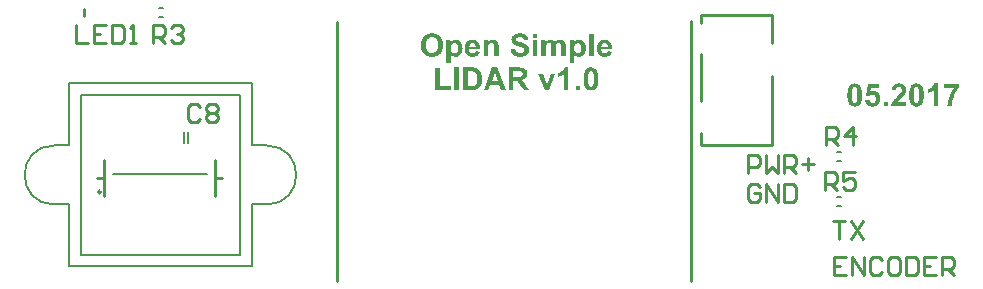
<source format=gto>
G04 Layer_Color=65535*
%FSLAX42Y42*%
%MOMM*%
G71*
G01*
G75*
%ADD28C,0.20*%
%ADD29C,0.25*%
%ADD30C,0.13*%
G36*
X3896Y2005D02*
X3901Y2005D01*
X3907Y2005D01*
X3913Y2004D01*
X3919Y2003D01*
X3924Y2002D01*
X3925D01*
X3925Y2002D01*
X3926Y2001D01*
X3927Y2001D01*
X3930Y2000D01*
X3934Y1998D01*
X3939Y1995D01*
X3944Y1992D01*
X3948Y1989D01*
X3953Y1984D01*
X3953D01*
X3954Y1984D01*
X3955Y1982D01*
X3957Y1979D01*
X3960Y1975D01*
X3963Y1971D01*
X3966Y1966D01*
X3969Y1960D01*
X3971Y1953D01*
Y1953D01*
X3972Y1952D01*
X3972Y1951D01*
X3973Y1950D01*
X3973Y1948D01*
X3973Y1946D01*
X3974Y1943D01*
X3975Y1940D01*
X3975Y1937D01*
X3976Y1934D01*
X3976Y1930D01*
X3977Y1926D01*
X3978Y1917D01*
X3978Y1908D01*
Y1907D01*
Y1907D01*
Y1906D01*
Y1904D01*
X3978Y1902D01*
Y1899D01*
X3977Y1897D01*
X3977Y1894D01*
X3976Y1887D01*
X3975Y1881D01*
X3974Y1874D01*
X3972Y1867D01*
Y1867D01*
X3971Y1866D01*
X3971Y1865D01*
X3970Y1863D01*
X3970Y1862D01*
X3969Y1860D01*
X3966Y1855D01*
X3964Y1849D01*
X3960Y1844D01*
X3956Y1838D01*
X3951Y1833D01*
X3951Y1832D01*
X3949Y1831D01*
X3947Y1829D01*
X3944Y1827D01*
X3940Y1825D01*
X3936Y1822D01*
X3930Y1820D01*
X3924Y1817D01*
X3924D01*
X3923Y1817D01*
X3923D01*
X3922Y1817D01*
X3919Y1816D01*
X3915Y1816D01*
X3910Y1815D01*
X3904Y1814D01*
X3897Y1814D01*
X3890Y1814D01*
X3817D01*
Y2006D01*
X3894D01*
X3896Y2005D01*
D02*
G37*
G36*
X4184Y1814D02*
X4142D01*
X4125Y1857D01*
X4048D01*
X4032Y1814D01*
X3991D01*
X4066Y2006D01*
X4107D01*
X4184Y1814D01*
D02*
G37*
G36*
X3618Y1846D02*
X3715D01*
Y1814D01*
X3579D01*
Y2004D01*
X3618D01*
Y1846D01*
D02*
G37*
G36*
X3780Y1814D02*
X3741D01*
Y2006D01*
X3780D01*
Y1814D01*
D02*
G37*
G36*
X4808D02*
X4771D01*
Y1851D01*
X4808D01*
Y1814D01*
D02*
G37*
G36*
X4544D02*
X4511D01*
X4454Y1953D01*
X4493D01*
X4519Y1882D01*
X4527Y1858D01*
X4527Y1858D01*
X4528Y1859D01*
X4528Y1861D01*
X4529Y1863D01*
X4530Y1867D01*
X4531Y1869D01*
X4531Y1870D01*
Y1870D01*
X4531Y1871D01*
X4531Y1872D01*
X4532Y1874D01*
X4533Y1877D01*
X4535Y1882D01*
X4561Y1953D01*
X4599D01*
X4544Y1814D01*
D02*
G37*
G36*
X4294Y2005D02*
X4297D01*
X4300Y2005D01*
X4303D01*
X4311Y2004D01*
X4318Y2004D01*
X4325Y2002D01*
X4328Y2001D01*
X4331Y2000D01*
X4331D01*
X4331Y2000D01*
X4333Y1999D01*
X4336Y1998D01*
X4339Y1996D01*
X4343Y1994D01*
X4346Y1990D01*
X4350Y1987D01*
X4353Y1982D01*
Y1982D01*
X4353Y1981D01*
X4354Y1980D01*
X4355Y1980D01*
X4356Y1977D01*
X4358Y1973D01*
X4359Y1969D01*
X4360Y1964D01*
X4361Y1958D01*
X4362Y1952D01*
Y1952D01*
Y1951D01*
Y1950D01*
X4361Y1948D01*
Y1946D01*
X4361Y1944D01*
X4360Y1939D01*
X4359Y1934D01*
X4356Y1928D01*
X4353Y1922D01*
X4351Y1919D01*
X4349Y1916D01*
X4349Y1916D01*
X4348Y1915D01*
X4348Y1915D01*
X4346Y1914D01*
X4345Y1913D01*
X4344Y1911D01*
X4342Y1910D01*
X4340Y1909D01*
X4337Y1907D01*
X4334Y1906D01*
X4331Y1904D01*
X4328Y1903D01*
X4324Y1901D01*
X4320Y1900D01*
X4316Y1899D01*
X4311Y1898D01*
X4311D01*
X4312Y1898D01*
X4313Y1897D01*
X4315Y1896D01*
X4318Y1894D01*
X4322Y1891D01*
X4325Y1889D01*
X4328Y1886D01*
X4331Y1882D01*
X4332Y1882D01*
X4333Y1881D01*
X4335Y1878D01*
X4337Y1875D01*
X4341Y1871D01*
X4342Y1868D01*
X4344Y1865D01*
X4346Y1862D01*
X4349Y1859D01*
X4351Y1855D01*
X4354Y1851D01*
X4377Y1814D01*
X4331D01*
X4303Y1855D01*
X4303Y1856D01*
X4302Y1856D01*
X4302Y1857D01*
X4300Y1859D01*
X4299Y1861D01*
X4298Y1863D01*
X4295Y1867D01*
X4291Y1872D01*
X4288Y1877D01*
X4285Y1881D01*
X4283Y1882D01*
X4282Y1884D01*
X4282Y1884D01*
X4282Y1884D01*
X4280Y1886D01*
X4279Y1887D01*
X4277Y1888D01*
X4275Y1889D01*
X4273Y1891D01*
X4271Y1892D01*
X4270D01*
X4270Y1892D01*
X4268Y1892D01*
X4266Y1893D01*
X4263Y1893D01*
X4260Y1894D01*
X4256Y1894D01*
X4243D01*
Y1814D01*
X4205D01*
Y2006D01*
X4291D01*
X4294Y2005D01*
D02*
G37*
G36*
X4708Y1814D02*
X4671D01*
Y1953D01*
X4671Y1952D01*
X4670Y1952D01*
X4669Y1951D01*
X4668Y1950D01*
X4666Y1948D01*
X4664Y1946D01*
X4661Y1944D01*
X4658Y1942D01*
X4654Y1940D01*
X4651Y1938D01*
X4647Y1935D01*
X4643Y1933D01*
X4634Y1929D01*
X4624Y1925D01*
Y1958D01*
X4624D01*
X4624Y1959D01*
X4625Y1959D01*
X4626Y1959D01*
X4629Y1960D01*
X4633Y1962D01*
X4638Y1964D01*
X4643Y1967D01*
X4649Y1971D01*
X4655Y1976D01*
X4655Y1976D01*
X4656Y1976D01*
X4657Y1977D01*
X4658Y1978D01*
X4661Y1981D01*
X4664Y1985D01*
X4668Y1989D01*
X4672Y1995D01*
X4675Y2000D01*
X4678Y2007D01*
X4708D01*
Y1814D01*
D02*
G37*
G36*
X7415Y1677D02*
X7378D01*
Y1714D01*
X7415D01*
Y1677D01*
D02*
G37*
G36*
X7513Y1870D02*
X7515Y1870D01*
X7518Y1870D01*
X7521Y1869D01*
X7524Y1869D01*
X7532Y1867D01*
X7539Y1864D01*
X7543Y1862D01*
X7546Y1860D01*
X7550Y1858D01*
X7553Y1855D01*
X7553Y1855D01*
X7553Y1854D01*
X7554Y1853D01*
X7555Y1852D01*
X7557Y1851D01*
X7558Y1849D01*
X7559Y1847D01*
X7561Y1844D01*
X7564Y1839D01*
X7567Y1833D01*
X7568Y1829D01*
X7568Y1825D01*
X7569Y1821D01*
X7569Y1817D01*
Y1816D01*
Y1814D01*
X7569Y1812D01*
X7568Y1809D01*
X7568Y1805D01*
X7567Y1801D01*
X7566Y1796D01*
X7564Y1792D01*
X7564Y1791D01*
X7563Y1790D01*
X7562Y1788D01*
X7561Y1784D01*
X7559Y1781D01*
X7556Y1777D01*
X7553Y1772D01*
X7550Y1768D01*
X7549Y1767D01*
X7548Y1766D01*
X7547Y1764D01*
X7544Y1761D01*
X7541Y1758D01*
X7537Y1753D01*
X7532Y1749D01*
X7525Y1743D01*
X7525Y1743D01*
X7525Y1742D01*
X7524Y1741D01*
X7523Y1740D01*
X7520Y1738D01*
X7516Y1734D01*
X7512Y1731D01*
X7509Y1727D01*
X7505Y1724D01*
X7504Y1723D01*
X7503Y1721D01*
X7503Y1721D01*
X7502Y1721D01*
X7502Y1720D01*
X7500Y1718D01*
X7498Y1715D01*
X7496Y1711D01*
X7569D01*
Y1677D01*
X7440D01*
Y1678D01*
Y1678D01*
X7440Y1679D01*
X7440Y1681D01*
X7441Y1682D01*
X7441Y1684D01*
X7442Y1689D01*
X7444Y1695D01*
X7446Y1701D01*
X7449Y1708D01*
X7452Y1714D01*
Y1714D01*
X7453Y1715D01*
X7454Y1716D01*
X7455Y1717D01*
X7456Y1719D01*
X7457Y1721D01*
X7459Y1723D01*
X7462Y1726D01*
X7464Y1730D01*
X7467Y1733D01*
X7470Y1737D01*
X7474Y1741D01*
X7479Y1745D01*
X7483Y1750D01*
X7488Y1755D01*
X7494Y1760D01*
X7494Y1760D01*
X7495Y1761D01*
X7496Y1762D01*
X7498Y1764D01*
X7500Y1766D01*
X7502Y1768D01*
X7507Y1773D01*
X7512Y1778D01*
X7517Y1783D01*
X7519Y1786D01*
X7522Y1788D01*
X7523Y1790D01*
X7524Y1792D01*
X7525Y1792D01*
X7525Y1794D01*
X7527Y1796D01*
X7528Y1799D01*
X7530Y1802D01*
X7531Y1806D01*
X7532Y1810D01*
X7532Y1814D01*
Y1814D01*
Y1815D01*
Y1816D01*
X7532Y1819D01*
X7531Y1821D01*
X7530Y1824D01*
X7529Y1828D01*
X7528Y1831D01*
X7525Y1833D01*
X7525Y1834D01*
X7524Y1834D01*
X7523Y1836D01*
X7521Y1837D01*
X7518Y1838D01*
X7515Y1839D01*
X7511Y1840D01*
X7507Y1840D01*
X7505D01*
X7503Y1840D01*
X7500Y1839D01*
X7497Y1838D01*
X7494Y1837D01*
X7491Y1835D01*
X7489Y1833D01*
X7488Y1833D01*
X7487Y1832D01*
X7486Y1830D01*
X7485Y1828D01*
X7484Y1824D01*
X7483Y1820D01*
X7482Y1816D01*
X7481Y1810D01*
X7444Y1814D01*
Y1814D01*
X7445Y1815D01*
Y1816D01*
X7445Y1819D01*
X7445Y1821D01*
X7446Y1824D01*
X7447Y1827D01*
X7448Y1831D01*
X7451Y1838D01*
X7454Y1845D01*
X7456Y1848D01*
X7459Y1852D01*
X7462Y1854D01*
X7465Y1857D01*
X7465Y1858D01*
X7465Y1858D01*
X7466Y1858D01*
X7468Y1859D01*
X7469Y1860D01*
X7472Y1861D01*
X7474Y1863D01*
X7477Y1864D01*
X7480Y1865D01*
X7483Y1866D01*
X7490Y1869D01*
X7499Y1870D01*
X7503Y1870D01*
X7508Y1871D01*
X7511D01*
X7513Y1870D01*
D02*
G37*
G36*
X7138D02*
X7140Y1870D01*
X7143Y1869D01*
X7146Y1869D01*
X7149Y1868D01*
X7153Y1867D01*
X7156Y1866D01*
X7160Y1864D01*
X7163Y1862D01*
X7167Y1860D01*
X7171Y1857D01*
X7174Y1854D01*
X7177Y1851D01*
X7177Y1850D01*
X7178Y1849D01*
X7179Y1848D01*
X7180Y1846D01*
X7181Y1843D01*
X7183Y1840D01*
X7185Y1836D01*
X7186Y1832D01*
X7188Y1827D01*
X7190Y1821D01*
X7191Y1814D01*
X7193Y1807D01*
X7194Y1799D01*
X7195Y1791D01*
X7196Y1782D01*
X7196Y1772D01*
Y1772D01*
Y1771D01*
Y1771D01*
Y1770D01*
Y1767D01*
X7196Y1763D01*
X7195Y1759D01*
X7195Y1753D01*
X7194Y1748D01*
X7194Y1742D01*
X7193Y1735D01*
X7191Y1729D01*
X7190Y1722D01*
X7188Y1716D01*
X7186Y1710D01*
X7183Y1704D01*
X7180Y1698D01*
X7177Y1693D01*
X7177Y1693D01*
X7176Y1693D01*
X7175Y1691D01*
X7174Y1690D01*
X7173Y1689D01*
X7171Y1687D01*
X7168Y1685D01*
X7166Y1684D01*
X7163Y1682D01*
X7160Y1680D01*
X7156Y1678D01*
X7152Y1677D01*
X7148Y1676D01*
X7143Y1675D01*
X7138Y1674D01*
X7133Y1674D01*
X7132D01*
X7131Y1674D01*
X7129D01*
X7126Y1674D01*
X7124Y1675D01*
X7121Y1675D01*
X7117Y1677D01*
X7114Y1678D01*
X7110Y1679D01*
X7106Y1681D01*
X7103Y1683D01*
X7099Y1685D01*
X7095Y1688D01*
X7092Y1691D01*
X7088Y1695D01*
X7088Y1695D01*
X7087Y1696D01*
X7087Y1698D01*
X7086Y1699D01*
X7084Y1702D01*
X7083Y1705D01*
X7081Y1709D01*
X7080Y1713D01*
X7078Y1718D01*
X7077Y1723D01*
X7075Y1730D01*
X7074Y1737D01*
X7073Y1745D01*
X7072Y1753D01*
X7072Y1762D01*
X7071Y1772D01*
Y1773D01*
Y1773D01*
Y1774D01*
Y1775D01*
Y1778D01*
X7072Y1781D01*
X7072Y1786D01*
X7072Y1791D01*
X7073Y1796D01*
X7073Y1803D01*
X7075Y1809D01*
X7076Y1815D01*
X7077Y1822D01*
X7079Y1828D01*
X7081Y1834D01*
X7084Y1840D01*
X7087Y1846D01*
X7090Y1851D01*
X7090Y1851D01*
X7091Y1851D01*
X7092Y1853D01*
X7093Y1854D01*
X7094Y1855D01*
X7096Y1857D01*
X7099Y1859D01*
X7101Y1861D01*
X7104Y1863D01*
X7107Y1864D01*
X7111Y1866D01*
X7115Y1868D01*
X7119Y1869D01*
X7124Y1870D01*
X7128Y1870D01*
X7133Y1871D01*
X7136D01*
X7138Y1870D01*
D02*
G37*
G36*
X7661D02*
X7663Y1870D01*
X7666Y1869D01*
X7669Y1869D01*
X7672Y1868D01*
X7676Y1867D01*
X7679Y1866D01*
X7683Y1864D01*
X7686Y1862D01*
X7690Y1860D01*
X7693Y1857D01*
X7697Y1854D01*
X7700Y1851D01*
X7700Y1850D01*
X7701Y1849D01*
X7701Y1848D01*
X7703Y1846D01*
X7704Y1843D01*
X7706Y1840D01*
X7708Y1836D01*
X7709Y1832D01*
X7711Y1827D01*
X7713Y1821D01*
X7714Y1814D01*
X7716Y1807D01*
X7717Y1799D01*
X7718Y1791D01*
X7718Y1782D01*
X7719Y1772D01*
Y1772D01*
Y1771D01*
Y1771D01*
Y1770D01*
Y1767D01*
X7718Y1763D01*
X7718Y1759D01*
X7718Y1753D01*
X7717Y1748D01*
X7716Y1742D01*
X7715Y1735D01*
X7714Y1729D01*
X7713Y1722D01*
X7711Y1716D01*
X7709Y1710D01*
X7706Y1704D01*
X7703Y1698D01*
X7700Y1693D01*
X7699Y1693D01*
X7699Y1693D01*
X7698Y1691D01*
X7697Y1690D01*
X7695Y1689D01*
X7693Y1687D01*
X7691Y1685D01*
X7688Y1684D01*
X7685Y1682D01*
X7682Y1680D01*
X7679Y1678D01*
X7675Y1677D01*
X7671Y1676D01*
X7666Y1675D01*
X7661Y1674D01*
X7656Y1674D01*
X7655D01*
X7653Y1674D01*
X7651D01*
X7649Y1674D01*
X7646Y1675D01*
X7643Y1675D01*
X7640Y1677D01*
X7636Y1678D01*
X7633Y1679D01*
X7629Y1681D01*
X7625Y1683D01*
X7621Y1685D01*
X7618Y1688D01*
X7614Y1691D01*
X7611Y1695D01*
X7611Y1695D01*
X7610Y1696D01*
X7609Y1698D01*
X7608Y1699D01*
X7607Y1702D01*
X7606Y1705D01*
X7604Y1709D01*
X7603Y1713D01*
X7601Y1718D01*
X7599Y1723D01*
X7598Y1730D01*
X7597Y1737D01*
X7596Y1745D01*
X7595Y1753D01*
X7594Y1762D01*
X7594Y1772D01*
Y1773D01*
Y1773D01*
Y1774D01*
Y1775D01*
Y1778D01*
X7594Y1781D01*
X7595Y1786D01*
X7595Y1791D01*
X7596Y1796D01*
X7596Y1803D01*
X7597Y1809D01*
X7598Y1815D01*
X7600Y1822D01*
X7602Y1828D01*
X7604Y1834D01*
X7606Y1840D01*
X7609Y1846D01*
X7613Y1851D01*
X7613Y1851D01*
X7613Y1851D01*
X7614Y1853D01*
X7616Y1854D01*
X7617Y1855D01*
X7619Y1857D01*
X7621Y1859D01*
X7624Y1861D01*
X7627Y1863D01*
X7630Y1864D01*
X7634Y1866D01*
X7638Y1868D01*
X7642Y1869D01*
X7646Y1870D01*
X7651Y1870D01*
X7656Y1871D01*
X7659D01*
X7661Y1870D01*
D02*
G37*
G36*
X7342Y1833D02*
X7272D01*
X7266Y1800D01*
X7267D01*
X7267Y1800D01*
X7269Y1801D01*
X7271Y1802D01*
X7274Y1803D01*
X7278Y1804D01*
X7282Y1805D01*
X7287Y1806D01*
X7292Y1806D01*
X7294D01*
X7296Y1806D01*
X7298Y1806D01*
X7300Y1805D01*
X7303Y1805D01*
X7306Y1804D01*
X7312Y1802D01*
X7316Y1800D01*
X7319Y1799D01*
X7323Y1796D01*
X7327Y1794D01*
X7330Y1791D01*
X7333Y1788D01*
X7334Y1788D01*
X7334Y1787D01*
X7335Y1786D01*
X7336Y1785D01*
X7337Y1783D01*
X7339Y1781D01*
X7340Y1778D01*
X7342Y1776D01*
X7344Y1773D01*
X7345Y1769D01*
X7347Y1765D01*
X7348Y1761D01*
X7349Y1757D01*
X7350Y1752D01*
X7350Y1747D01*
X7351Y1742D01*
Y1741D01*
Y1741D01*
Y1740D01*
X7350Y1738D01*
Y1736D01*
X7350Y1733D01*
X7349Y1730D01*
X7349Y1728D01*
X7347Y1721D01*
X7345Y1714D01*
X7343Y1710D01*
X7341Y1706D01*
X7339Y1703D01*
X7337Y1699D01*
X7336Y1699D01*
X7336Y1698D01*
X7335Y1697D01*
X7333Y1695D01*
X7331Y1693D01*
X7329Y1691D01*
X7326Y1689D01*
X7323Y1686D01*
X7319Y1684D01*
X7316Y1682D01*
X7311Y1680D01*
X7307Y1678D01*
X7302Y1676D01*
X7296Y1675D01*
X7291Y1674D01*
X7284Y1674D01*
X7282D01*
X7280Y1674D01*
X7278Y1674D01*
X7275Y1675D01*
X7272Y1675D01*
X7269Y1675D01*
X7262Y1677D01*
X7255Y1680D01*
X7251Y1681D01*
X7248Y1683D01*
X7244Y1685D01*
X7241Y1688D01*
X7241Y1688D01*
X7240Y1688D01*
X7239Y1689D01*
X7238Y1690D01*
X7237Y1692D01*
X7235Y1694D01*
X7234Y1696D01*
X7232Y1698D01*
X7230Y1701D01*
X7229Y1703D01*
X7226Y1710D01*
X7223Y1718D01*
X7222Y1722D01*
X7221Y1726D01*
X7258Y1730D01*
Y1730D01*
X7258Y1728D01*
X7259Y1726D01*
X7259Y1723D01*
X7261Y1720D01*
X7262Y1716D01*
X7264Y1713D01*
X7267Y1710D01*
X7267Y1710D01*
X7268Y1709D01*
X7270Y1708D01*
X7272Y1707D01*
X7275Y1705D01*
X7278Y1704D01*
X7281Y1703D01*
X7285Y1703D01*
X7286D01*
X7287Y1703D01*
X7289Y1704D01*
X7292Y1704D01*
X7295Y1705D01*
X7298Y1707D01*
X7302Y1710D01*
X7305Y1713D01*
X7305Y1713D01*
X7306Y1714D01*
X7307Y1716D01*
X7309Y1720D01*
X7310Y1724D01*
X7312Y1728D01*
X7312Y1734D01*
X7313Y1741D01*
Y1741D01*
Y1742D01*
Y1743D01*
Y1744D01*
X7312Y1747D01*
X7312Y1751D01*
X7311Y1755D01*
X7309Y1760D01*
X7307Y1764D01*
X7305Y1768D01*
X7304Y1768D01*
X7303Y1769D01*
X7301Y1770D01*
X7299Y1772D01*
X7296Y1774D01*
X7293Y1775D01*
X7288Y1776D01*
X7284Y1777D01*
X7282D01*
X7281Y1776D01*
X7278Y1776D01*
X7274Y1775D01*
X7270Y1773D01*
X7265Y1771D01*
X7263Y1769D01*
X7260Y1767D01*
X7258Y1765D01*
X7255Y1763D01*
X7226Y1767D01*
X7244Y1867D01*
X7342D01*
Y1833D01*
D02*
G37*
G36*
X4905Y2007D02*
X4907Y2006D01*
X4910Y2006D01*
X4913Y2005D01*
X4916Y2004D01*
X4920Y2003D01*
X4923Y2002D01*
X4927Y2000D01*
X4930Y1999D01*
X4934Y1996D01*
X4938Y1994D01*
X4941Y1990D01*
X4944Y1987D01*
X4944Y1987D01*
X4945Y1986D01*
X4946Y1984D01*
X4947Y1982D01*
X4948Y1980D01*
X4950Y1976D01*
X4952Y1973D01*
X4953Y1968D01*
X4955Y1963D01*
X4957Y1957D01*
X4958Y1951D01*
X4960Y1944D01*
X4961Y1936D01*
X4962Y1927D01*
X4963Y1918D01*
X4963Y1908D01*
Y1908D01*
Y1908D01*
Y1907D01*
Y1906D01*
Y1903D01*
X4963Y1899D01*
X4962Y1895D01*
X4962Y1890D01*
X4961Y1884D01*
X4961Y1878D01*
X4959Y1872D01*
X4958Y1865D01*
X4957Y1859D01*
X4955Y1852D01*
X4953Y1846D01*
X4950Y1840D01*
X4947Y1834D01*
X4944Y1830D01*
X4944Y1829D01*
X4943Y1829D01*
X4942Y1828D01*
X4941Y1827D01*
X4939Y1825D01*
X4938Y1824D01*
X4935Y1822D01*
X4933Y1820D01*
X4929Y1818D01*
X4926Y1816D01*
X4923Y1814D01*
X4919Y1813D01*
X4915Y1812D01*
X4910Y1811D01*
X4905Y1810D01*
X4900Y1810D01*
X4899D01*
X4898Y1810D01*
X4896D01*
X4893Y1811D01*
X4891Y1811D01*
X4888Y1812D01*
X4884Y1813D01*
X4881Y1814D01*
X4877Y1815D01*
X4873Y1817D01*
X4870Y1819D01*
X4866Y1821D01*
X4862Y1824D01*
X4858Y1827D01*
X4855Y1831D01*
X4855Y1832D01*
X4854Y1832D01*
X4853Y1834D01*
X4853Y1836D01*
X4851Y1838D01*
X4850Y1841D01*
X4848Y1845D01*
X4847Y1849D01*
X4845Y1854D01*
X4843Y1860D01*
X4842Y1866D01*
X4841Y1873D01*
X4840Y1881D01*
X4839Y1889D01*
X4838Y1899D01*
X4838Y1909D01*
Y1909D01*
Y1909D01*
Y1910D01*
Y1911D01*
Y1914D01*
X4838Y1917D01*
X4839Y1922D01*
X4839Y1927D01*
X4840Y1933D01*
X4840Y1939D01*
X4841Y1945D01*
X4843Y1952D01*
X4844Y1958D01*
X4846Y1965D01*
X4848Y1971D01*
X4851Y1977D01*
X4853Y1982D01*
X4857Y1987D01*
X4857Y1987D01*
X4858Y1988D01*
X4858Y1989D01*
X4860Y1990D01*
X4861Y1992D01*
X4863Y1993D01*
X4866Y1995D01*
X4868Y1997D01*
X4871Y1999D01*
X4874Y2000D01*
X4878Y2002D01*
X4882Y2004D01*
X4886Y2005D01*
X4891Y2006D01*
X4895Y2007D01*
X4900Y2007D01*
X4903D01*
X4905Y2007D01*
D02*
G37*
G36*
X7837Y1677D02*
X7801D01*
Y1816D01*
X7800Y1816D01*
X7800Y1816D01*
X7799Y1815D01*
X7797Y1813D01*
X7795Y1812D01*
X7793Y1810D01*
X7790Y1808D01*
X7787Y1806D01*
X7784Y1804D01*
X7780Y1801D01*
X7776Y1799D01*
X7772Y1797D01*
X7763Y1793D01*
X7753Y1789D01*
Y1822D01*
X7753D01*
X7754Y1822D01*
X7754Y1823D01*
X7756Y1823D01*
X7758Y1824D01*
X7762Y1826D01*
X7767Y1828D01*
X7772Y1831D01*
X7778Y1835D01*
X7784Y1839D01*
X7784Y1840D01*
X7785Y1840D01*
X7786Y1841D01*
X7787Y1842D01*
X7790Y1845D01*
X7793Y1848D01*
X7797Y1853D01*
X7801Y1858D01*
X7805Y1864D01*
X7807Y1871D01*
X7837D01*
Y1677D01*
D02*
G37*
G36*
X8019Y1840D02*
X8018Y1840D01*
X8018Y1839D01*
X8017Y1839D01*
X8016Y1838D01*
X8015Y1836D01*
X8013Y1834D01*
X8011Y1832D01*
X8009Y1829D01*
X8007Y1826D01*
X8004Y1823D01*
X8001Y1819D01*
X7998Y1815D01*
X7996Y1811D01*
X7993Y1806D01*
X7990Y1801D01*
X7987Y1796D01*
X7987Y1796D01*
X7986Y1794D01*
X7985Y1793D01*
X7984Y1791D01*
X7983Y1788D01*
X7981Y1785D01*
X7980Y1781D01*
X7978Y1778D01*
X7976Y1773D01*
X7974Y1768D01*
X7972Y1763D01*
X7970Y1758D01*
X7966Y1747D01*
X7962Y1735D01*
Y1735D01*
X7962Y1733D01*
X7961Y1732D01*
X7961Y1729D01*
X7960Y1726D01*
X7960Y1723D01*
X7959Y1720D01*
X7958Y1716D01*
X7957Y1711D01*
X7957Y1707D01*
X7955Y1697D01*
X7954Y1687D01*
X7954Y1677D01*
X7919D01*
Y1678D01*
Y1679D01*
X7919Y1681D01*
Y1684D01*
X7919Y1688D01*
X7920Y1692D01*
X7920Y1697D01*
X7921Y1702D01*
X7922Y1708D01*
X7923Y1715D01*
X7924Y1721D01*
X7926Y1728D01*
X7928Y1736D01*
X7930Y1743D01*
X7932Y1751D01*
X7935Y1758D01*
X7935Y1759D01*
X7936Y1760D01*
X7937Y1763D01*
X7938Y1765D01*
X7939Y1769D01*
X7941Y1773D01*
X7944Y1778D01*
X7946Y1783D01*
X7949Y1789D01*
X7952Y1795D01*
X7955Y1801D01*
X7959Y1807D01*
X7967Y1820D01*
X7976Y1833D01*
X7893D01*
Y1867D01*
X8019D01*
Y1840D01*
D02*
G37*
G36*
X4446Y2099D02*
X4409D01*
Y2238D01*
X4446D01*
Y2099D01*
D02*
G37*
G36*
X5019Y2241D02*
X5022Y2240D01*
X5025Y2240D01*
X5028Y2239D01*
X5032Y2238D01*
X5036Y2237D01*
X5040Y2236D01*
X5044Y2234D01*
X5048Y2232D01*
X5052Y2230D01*
X5056Y2227D01*
X5060Y2224D01*
X5063Y2220D01*
X5063Y2220D01*
X5064Y2219D01*
X5065Y2218D01*
X5066Y2216D01*
X5067Y2214D01*
X5069Y2212D01*
X5070Y2208D01*
X5072Y2205D01*
X5074Y2200D01*
X5075Y2196D01*
X5077Y2191D01*
X5078Y2185D01*
X5079Y2179D01*
X5080Y2172D01*
X5081Y2165D01*
Y2157D01*
X4988D01*
Y2157D01*
Y2157D01*
Y2156D01*
X4989Y2155D01*
X4989Y2152D01*
X4989Y2148D01*
X4991Y2144D01*
X4992Y2140D01*
X4994Y2135D01*
X4997Y2132D01*
X4997Y2132D01*
X4999Y2130D01*
X5000Y2129D01*
X5003Y2127D01*
X5006Y2126D01*
X5010Y2124D01*
X5014Y2123D01*
X5018Y2123D01*
X5020D01*
X5021Y2123D01*
X5023Y2124D01*
X5026Y2124D01*
X5028Y2125D01*
X5031Y2126D01*
X5033Y2128D01*
X5033Y2128D01*
X5034Y2129D01*
X5035Y2130D01*
X5036Y2131D01*
X5038Y2134D01*
X5039Y2136D01*
X5041Y2139D01*
X5042Y2143D01*
X5079Y2137D01*
Y2137D01*
X5078Y2136D01*
X5078Y2135D01*
X5077Y2134D01*
X5076Y2132D01*
X5076Y2130D01*
X5073Y2125D01*
X5070Y2120D01*
X5066Y2115D01*
X5061Y2110D01*
X5056Y2106D01*
X5056D01*
X5056Y2106D01*
X5054Y2105D01*
X5053Y2104D01*
X5052Y2104D01*
X5050Y2103D01*
X5048Y2102D01*
X5046Y2101D01*
X5040Y2099D01*
X5034Y2097D01*
X5026Y2096D01*
X5018Y2096D01*
X5016D01*
X5015Y2096D01*
X5012D01*
X5009Y2096D01*
X5006Y2097D01*
X5002Y2097D01*
X4998Y2099D01*
X4993Y2100D01*
X4989Y2101D01*
X4984Y2103D01*
X4980Y2106D01*
X4976Y2108D01*
X4971Y2111D01*
X4968Y2115D01*
X4964Y2119D01*
X4964Y2119D01*
X4964Y2120D01*
X4963Y2121D01*
X4962Y2122D01*
X4961Y2124D01*
X4960Y2127D01*
X4959Y2129D01*
X4958Y2132D01*
X4956Y2135D01*
X4955Y2139D01*
X4954Y2143D01*
X4953Y2147D01*
X4952Y2152D01*
X4951Y2157D01*
X4951Y2162D01*
X4951Y2167D01*
Y2167D01*
Y2169D01*
Y2170D01*
X4951Y2173D01*
X4951Y2176D01*
X4951Y2179D01*
X4952Y2183D01*
X4953Y2187D01*
X4955Y2195D01*
X4956Y2200D01*
X4958Y2205D01*
X4960Y2209D01*
X4963Y2213D01*
X4966Y2217D01*
X4969Y2221D01*
X4969Y2222D01*
X4969Y2222D01*
X4971Y2223D01*
X4972Y2224D01*
X4974Y2226D01*
X4976Y2227D01*
X4978Y2229D01*
X4981Y2231D01*
X4984Y2233D01*
X4988Y2235D01*
X4991Y2237D01*
X4996Y2238D01*
X5000Y2239D01*
X5004Y2240D01*
X5009Y2241D01*
X5014Y2241D01*
X5017D01*
X5019Y2241D01*
D02*
G37*
G36*
X4923Y2099D02*
X4886D01*
Y2291D01*
X4923D01*
Y2099D01*
D02*
G37*
G36*
X3759Y2241D02*
X3761Y2240D01*
X3763Y2240D01*
X3766Y2239D01*
X3769Y2238D01*
X3772Y2238D01*
X3775Y2236D01*
X3779Y2235D01*
X3782Y2233D01*
X3786Y2231D01*
X3789Y2228D01*
X3792Y2225D01*
X3796Y2222D01*
X3796Y2222D01*
X3797Y2221D01*
X3797Y2220D01*
X3798Y2218D01*
X3800Y2217D01*
X3801Y2214D01*
X3803Y2211D01*
X3804Y2208D01*
X3806Y2205D01*
X3807Y2201D01*
X3809Y2196D01*
X3810Y2192D01*
X3811Y2186D01*
X3812Y2181D01*
X3812Y2175D01*
X3813Y2169D01*
Y2169D01*
Y2167D01*
Y2165D01*
X3812Y2163D01*
X3812Y2160D01*
X3812Y2157D01*
X3811Y2153D01*
X3810Y2149D01*
X3808Y2140D01*
X3807Y2136D01*
X3805Y2131D01*
X3803Y2127D01*
X3801Y2123D01*
X3798Y2119D01*
X3795Y2115D01*
X3795Y2114D01*
X3795Y2114D01*
X3794Y2113D01*
X3792Y2112D01*
X3791Y2110D01*
X3789Y2109D01*
X3787Y2107D01*
X3784Y2105D01*
X3781Y2103D01*
X3778Y2102D01*
X3771Y2099D01*
X3767Y2097D01*
X3763Y2096D01*
X3759Y2096D01*
X3754Y2096D01*
X3752D01*
X3750Y2096D01*
X3747Y2096D01*
X3744Y2097D01*
X3740Y2097D01*
X3737Y2099D01*
X3733Y2100D01*
X3733Y2100D01*
X3732Y2101D01*
X3730Y2102D01*
X3727Y2104D01*
X3724Y2106D01*
X3721Y2109D01*
X3718Y2112D01*
X3714Y2116D01*
Y2045D01*
X3677D01*
Y2238D01*
X3711D01*
Y2217D01*
X3712Y2218D01*
X3712Y2219D01*
X3714Y2221D01*
X3716Y2223D01*
X3719Y2226D01*
X3722Y2229D01*
X3725Y2232D01*
X3729Y2234D01*
X3730Y2235D01*
X3731Y2235D01*
X3734Y2237D01*
X3737Y2238D01*
X3740Y2239D01*
X3745Y2240D01*
X3750Y2241D01*
X3755Y2241D01*
X3757D01*
X3759Y2241D01*
D02*
G37*
G36*
X4075D02*
X4078Y2240D01*
X4082Y2240D01*
X4085Y2239D01*
X4089Y2238D01*
X4093Y2237D01*
X4094Y2236D01*
X4095Y2236D01*
X4097Y2235D01*
X4099Y2233D01*
X4101Y2232D01*
X4104Y2230D01*
X4106Y2228D01*
X4109Y2225D01*
X4109Y2225D01*
X4109Y2224D01*
X4110Y2223D01*
X4111Y2221D01*
X4113Y2218D01*
X4114Y2216D01*
X4115Y2213D01*
X4116Y2210D01*
Y2209D01*
X4116Y2208D01*
X4117Y2206D01*
X4117Y2203D01*
X4117Y2200D01*
X4118Y2195D01*
X4118Y2191D01*
Y2185D01*
Y2099D01*
X4081D01*
Y2169D01*
Y2170D01*
Y2170D01*
Y2172D01*
Y2173D01*
Y2175D01*
Y2177D01*
X4081Y2182D01*
X4081Y2186D01*
X4080Y2191D01*
X4079Y2195D01*
X4079Y2197D01*
X4079Y2199D01*
Y2199D01*
X4078Y2200D01*
X4077Y2201D01*
X4077Y2202D01*
X4074Y2206D01*
X4073Y2207D01*
X4071Y2209D01*
X4071Y2209D01*
X4070Y2209D01*
X4069Y2210D01*
X4067Y2211D01*
X4065Y2212D01*
X4063Y2212D01*
X4061Y2212D01*
X4058Y2213D01*
X4056D01*
X4055Y2212D01*
X4052Y2212D01*
X4050Y2211D01*
X4047Y2210D01*
X4044Y2209D01*
X4041Y2207D01*
X4041Y2207D01*
X4040Y2207D01*
X4038Y2205D01*
X4037Y2204D01*
X4035Y2202D01*
X4033Y2199D01*
X4032Y2196D01*
X4031Y2193D01*
Y2193D01*
X4030Y2192D01*
X4030Y2189D01*
X4029Y2186D01*
X4029Y2184D01*
X4029Y2182D01*
X4028Y2179D01*
Y2176D01*
X4028Y2173D01*
X4028Y2169D01*
Y2165D01*
Y2161D01*
Y2099D01*
X3991D01*
Y2238D01*
X4025D01*
Y2217D01*
X4025Y2218D01*
X4026Y2218D01*
X4027Y2220D01*
X4028Y2221D01*
X4030Y2223D01*
X4032Y2225D01*
X4035Y2227D01*
X4037Y2229D01*
X4041Y2231D01*
X4044Y2233D01*
X4048Y2235D01*
X4052Y2237D01*
X4056Y2239D01*
X4061Y2240D01*
X4066Y2241D01*
X4071Y2241D01*
X4073D01*
X4075Y2241D01*
D02*
G37*
G36*
X3900D02*
X3903Y2240D01*
X3906Y2240D01*
X3909Y2239D01*
X3913Y2238D01*
X3916Y2237D01*
X3920Y2236D01*
X3925Y2234D01*
X3929Y2232D01*
X3933Y2230D01*
X3936Y2227D01*
X3940Y2224D01*
X3944Y2220D01*
X3944Y2220D01*
X3944Y2219D01*
X3945Y2218D01*
X3946Y2216D01*
X3948Y2214D01*
X3949Y2212D01*
X3951Y2208D01*
X3953Y2205D01*
X3954Y2200D01*
X3956Y2196D01*
X3957Y2191D01*
X3959Y2185D01*
X3960Y2179D01*
X3961Y2172D01*
X3961Y2165D01*
Y2157D01*
X3869D01*
Y2157D01*
Y2157D01*
Y2156D01*
X3869Y2155D01*
X3870Y2152D01*
X3870Y2148D01*
X3871Y2144D01*
X3873Y2140D01*
X3875Y2135D01*
X3878Y2132D01*
X3878Y2132D01*
X3879Y2130D01*
X3881Y2129D01*
X3883Y2127D01*
X3886Y2126D01*
X3890Y2124D01*
X3895Y2123D01*
X3899Y2123D01*
X3900D01*
X3902Y2123D01*
X3904Y2124D01*
X3906Y2124D01*
X3909Y2125D01*
X3911Y2126D01*
X3913Y2128D01*
X3914Y2128D01*
X3915Y2129D01*
X3916Y2130D01*
X3917Y2131D01*
X3918Y2134D01*
X3920Y2136D01*
X3921Y2139D01*
X3923Y2143D01*
X3959Y2137D01*
Y2137D01*
X3959Y2136D01*
X3958Y2135D01*
X3958Y2134D01*
X3957Y2132D01*
X3956Y2130D01*
X3954Y2125D01*
X3951Y2120D01*
X3947Y2115D01*
X3942Y2110D01*
X3937Y2106D01*
X3936D01*
X3936Y2106D01*
X3935Y2105D01*
X3934Y2104D01*
X3933Y2104D01*
X3931Y2103D01*
X3929Y2102D01*
X3926Y2101D01*
X3921Y2099D01*
X3914Y2097D01*
X3907Y2096D01*
X3899Y2096D01*
X3897D01*
X3895Y2096D01*
X3893D01*
X3890Y2096D01*
X3886Y2097D01*
X3882Y2097D01*
X3878Y2099D01*
X3874Y2100D01*
X3870Y2101D01*
X3865Y2103D01*
X3861Y2106D01*
X3856Y2108D01*
X3852Y2111D01*
X3848Y2115D01*
X3845Y2119D01*
X3845Y2119D01*
X3844Y2120D01*
X3844Y2121D01*
X3843Y2122D01*
X3842Y2124D01*
X3841Y2127D01*
X3839Y2129D01*
X3838Y2132D01*
X3837Y2135D01*
X3836Y2139D01*
X3834Y2143D01*
X3833Y2147D01*
X3833Y2152D01*
X3832Y2157D01*
X3832Y2162D01*
X3831Y2167D01*
Y2167D01*
Y2169D01*
Y2170D01*
X3832Y2173D01*
X3832Y2176D01*
X3832Y2179D01*
X3833Y2183D01*
X3833Y2187D01*
X3836Y2195D01*
X3837Y2200D01*
X3839Y2205D01*
X3841Y2209D01*
X3843Y2213D01*
X3846Y2217D01*
X3849Y2221D01*
X3850Y2222D01*
X3850Y2222D01*
X3851Y2223D01*
X3853Y2224D01*
X3854Y2226D01*
X3856Y2227D01*
X3859Y2229D01*
X3862Y2231D01*
X3865Y2233D01*
X3868Y2235D01*
X3872Y2237D01*
X3876Y2238D01*
X3880Y2239D01*
X3885Y2240D01*
X3890Y2241D01*
X3895Y2241D01*
X3898D01*
X3900Y2241D01*
D02*
G37*
G36*
X4303Y2294D02*
X4306Y2294D01*
X4310Y2293D01*
X4313Y2293D01*
X4318Y2292D01*
X4327Y2290D01*
X4331Y2289D01*
X4335Y2288D01*
X4340Y2286D01*
X4344Y2283D01*
X4348Y2281D01*
X4351Y2278D01*
X4352Y2278D01*
X4352Y2277D01*
X4353Y2277D01*
X4354Y2275D01*
X4356Y2274D01*
X4357Y2272D01*
X4359Y2270D01*
X4361Y2267D01*
X4363Y2264D01*
X4364Y2261D01*
X4366Y2257D01*
X4367Y2253D01*
X4369Y2250D01*
X4370Y2245D01*
X4371Y2241D01*
X4371Y2236D01*
X4332Y2234D01*
Y2235D01*
Y2235D01*
X4331Y2237D01*
X4331Y2239D01*
X4330Y2242D01*
X4328Y2246D01*
X4327Y2249D01*
X4324Y2253D01*
X4321Y2255D01*
X4321Y2256D01*
X4320Y2257D01*
X4318Y2258D01*
X4315Y2259D01*
X4312Y2260D01*
X4308Y2261D01*
X4303Y2262D01*
X4297Y2262D01*
X4294D01*
X4291Y2262D01*
X4287Y2261D01*
X4283Y2260D01*
X4279Y2259D01*
X4275Y2257D01*
X4271Y2255D01*
X4270Y2255D01*
X4270Y2254D01*
X4269Y2253D01*
X4268Y2252D01*
X4267Y2250D01*
X4265Y2248D01*
X4265Y2246D01*
X4265Y2243D01*
Y2243D01*
Y2242D01*
X4265Y2240D01*
X4265Y2239D01*
X4266Y2237D01*
X4267Y2235D01*
X4268Y2233D01*
X4270Y2231D01*
X4270Y2231D01*
X4272Y2230D01*
X4273Y2230D01*
X4274Y2229D01*
X4275Y2228D01*
X4277Y2227D01*
X4280Y2227D01*
X4282Y2225D01*
X4285Y2224D01*
X4288Y2223D01*
X4292Y2222D01*
X4296Y2221D01*
X4301Y2220D01*
X4306Y2218D01*
X4306D01*
X4307Y2218D01*
X4308Y2218D01*
X4310Y2217D01*
X4313Y2217D01*
X4315Y2216D01*
X4318Y2215D01*
X4322Y2214D01*
X4328Y2212D01*
X4335Y2210D01*
X4342Y2207D01*
X4345Y2206D01*
X4347Y2205D01*
X4348D01*
X4348Y2204D01*
X4350Y2203D01*
X4352Y2202D01*
X4355Y2199D01*
X4358Y2197D01*
X4362Y2193D01*
X4366Y2189D01*
X4369Y2185D01*
X4369Y2184D01*
X4370Y2183D01*
X4371Y2180D01*
X4373Y2177D01*
X4374Y2172D01*
X4375Y2167D01*
X4376Y2161D01*
X4376Y2154D01*
Y2154D01*
Y2154D01*
Y2153D01*
Y2152D01*
X4376Y2150D01*
X4376Y2148D01*
X4375Y2144D01*
X4374Y2139D01*
X4373Y2134D01*
X4370Y2129D01*
X4367Y2123D01*
Y2123D01*
X4366Y2123D01*
X4365Y2121D01*
X4363Y2118D01*
X4360Y2115D01*
X4357Y2112D01*
X4352Y2108D01*
X4347Y2105D01*
X4341Y2102D01*
X4341D01*
X4340Y2102D01*
X4339Y2101D01*
X4338Y2101D01*
X4336Y2100D01*
X4334Y2100D01*
X4332Y2099D01*
X4330Y2099D01*
X4327Y2098D01*
X4323Y2097D01*
X4316Y2096D01*
X4308Y2095D01*
X4299Y2095D01*
X4296D01*
X4293Y2095D01*
X4290Y2096D01*
X4287Y2096D01*
X4283Y2096D01*
X4279Y2097D01*
X4270Y2099D01*
X4265Y2101D01*
X4260Y2102D01*
X4256Y2104D01*
X4251Y2106D01*
X4247Y2109D01*
X4243Y2112D01*
X4243Y2112D01*
X4242Y2112D01*
X4241Y2113D01*
X4240Y2115D01*
X4238Y2117D01*
X4237Y2119D01*
X4235Y2121D01*
X4233Y2124D01*
X4231Y2127D01*
X4229Y2131D01*
X4227Y2135D01*
X4225Y2140D01*
X4224Y2144D01*
X4222Y2150D01*
X4221Y2155D01*
X4220Y2161D01*
X4258Y2165D01*
Y2164D01*
X4258Y2164D01*
Y2163D01*
X4258Y2162D01*
X4260Y2158D01*
X4261Y2154D01*
X4263Y2149D01*
X4265Y2145D01*
X4268Y2140D01*
X4272Y2137D01*
X4272Y2136D01*
X4273Y2135D01*
X4276Y2134D01*
X4279Y2132D01*
X4283Y2130D01*
X4288Y2129D01*
X4293Y2128D01*
X4300Y2128D01*
X4303D01*
X4306Y2128D01*
X4310Y2129D01*
X4315Y2130D01*
X4320Y2131D01*
X4324Y2133D01*
X4328Y2135D01*
X4328Y2136D01*
X4330Y2137D01*
X4331Y2139D01*
X4333Y2141D01*
X4335Y2144D01*
X4336Y2147D01*
X4337Y2150D01*
X4338Y2154D01*
Y2154D01*
Y2155D01*
X4337Y2157D01*
X4337Y2158D01*
X4336Y2160D01*
X4336Y2162D01*
X4335Y2164D01*
X4333Y2166D01*
X4333Y2166D01*
X4333Y2167D01*
X4332Y2167D01*
X4330Y2169D01*
X4328Y2170D01*
X4326Y2171D01*
X4323Y2173D01*
X4320Y2174D01*
X4319D01*
X4318Y2175D01*
X4316Y2175D01*
X4315Y2176D01*
X4313Y2176D01*
X4311Y2177D01*
X4309Y2177D01*
X4307Y2178D01*
X4304Y2179D01*
X4300Y2180D01*
X4297Y2180D01*
X4293Y2182D01*
X4288Y2183D01*
X4288D01*
X4287Y2183D01*
X4285Y2184D01*
X4283Y2184D01*
X4281Y2185D01*
X4278Y2186D01*
X4275Y2187D01*
X4271Y2188D01*
X4264Y2191D01*
X4257Y2194D01*
X4253Y2196D01*
X4250Y2198D01*
X4247Y2200D01*
X4245Y2202D01*
X4245Y2202D01*
X4244Y2202D01*
X4243Y2203D01*
X4242Y2204D01*
X4241Y2206D01*
X4239Y2208D01*
X4238Y2210D01*
X4236Y2212D01*
X4233Y2218D01*
X4230Y2225D01*
X4229Y2228D01*
X4228Y2232D01*
X4228Y2236D01*
X4227Y2240D01*
Y2241D01*
Y2241D01*
Y2242D01*
Y2243D01*
X4228Y2246D01*
X4229Y2249D01*
X4229Y2253D01*
X4231Y2258D01*
X4233Y2263D01*
X4235Y2268D01*
Y2268D01*
X4236Y2268D01*
X4237Y2270D01*
X4239Y2272D01*
X4242Y2275D01*
X4245Y2278D01*
X4249Y2282D01*
X4254Y2285D01*
X4259Y2287D01*
X4260D01*
X4260Y2288D01*
X4261Y2288D01*
X4262Y2288D01*
X4264Y2289D01*
X4265Y2290D01*
X4268Y2290D01*
X4270Y2291D01*
X4276Y2292D01*
X4282Y2293D01*
X4289Y2294D01*
X4297Y2294D01*
X4301D01*
X4303Y2294D01*
D02*
G37*
G36*
X4446Y2257D02*
X4409D01*
Y2291D01*
X4446D01*
Y2257D01*
D02*
G37*
G36*
X3558Y2294D02*
X3561D01*
X3565Y2293D01*
X3569Y2293D01*
X3574Y2292D01*
X3579Y2291D01*
X3584Y2290D01*
X3589Y2288D01*
X3595Y2286D01*
X3601Y2283D01*
X3606Y2280D01*
X3612Y2277D01*
X3617Y2272D01*
X3622Y2268D01*
X3622Y2267D01*
X3623Y2267D01*
X3625Y2265D01*
X3626Y2263D01*
X3628Y2260D01*
X3630Y2257D01*
X3632Y2253D01*
X3635Y2248D01*
X3637Y2244D01*
X3640Y2238D01*
X3642Y2232D01*
X3644Y2226D01*
X3645Y2218D01*
X3647Y2211D01*
X3647Y2203D01*
X3648Y2194D01*
Y2194D01*
Y2192D01*
X3647Y2190D01*
Y2187D01*
X3647Y2183D01*
X3646Y2178D01*
X3645Y2173D01*
X3645Y2168D01*
X3643Y2162D01*
X3642Y2156D01*
X3639Y2150D01*
X3637Y2144D01*
X3634Y2138D01*
X3631Y2132D01*
X3627Y2126D01*
X3622Y2121D01*
X3622Y2121D01*
X3621Y2120D01*
X3620Y2119D01*
X3617Y2117D01*
X3615Y2115D01*
X3612Y2113D01*
X3608Y2110D01*
X3604Y2108D01*
X3600Y2106D01*
X3595Y2103D01*
X3589Y2101D01*
X3583Y2099D01*
X3577Y2097D01*
X3570Y2096D01*
X3562Y2095D01*
X3555Y2095D01*
X3553D01*
X3551Y2095D01*
X3548Y2096D01*
X3544Y2096D01*
X3540Y2096D01*
X3535Y2097D01*
X3530Y2098D01*
X3525Y2100D01*
X3519Y2101D01*
X3514Y2104D01*
X3508Y2106D01*
X3502Y2109D01*
X3497Y2112D01*
X3492Y2116D01*
X3487Y2121D01*
X3486Y2121D01*
X3486Y2122D01*
X3484Y2124D01*
X3483Y2126D01*
X3481Y2129D01*
X3479Y2132D01*
X3476Y2135D01*
X3474Y2140D01*
X3472Y2145D01*
X3469Y2150D01*
X3467Y2156D01*
X3465Y2162D01*
X3464Y2169D01*
X3463Y2177D01*
X3462Y2185D01*
X3461Y2193D01*
Y2194D01*
Y2195D01*
Y2196D01*
X3462Y2198D01*
Y2201D01*
X3462Y2204D01*
X3462Y2207D01*
X3463Y2210D01*
X3464Y2218D01*
X3465Y2227D01*
X3467Y2235D01*
X3470Y2243D01*
Y2243D01*
X3470Y2243D01*
X3471Y2244D01*
X3471Y2245D01*
X3473Y2248D01*
X3475Y2252D01*
X3477Y2256D01*
X3480Y2260D01*
X3484Y2265D01*
X3488Y2269D01*
X3488Y2269D01*
X3488Y2270D01*
X3490Y2271D01*
X3492Y2273D01*
X3495Y2276D01*
X3499Y2278D01*
X3503Y2282D01*
X3508Y2284D01*
X3513Y2287D01*
X3513D01*
X3514Y2287D01*
X3515Y2287D01*
X3516Y2288D01*
X3518Y2288D01*
X3520Y2289D01*
X3522Y2290D01*
X3525Y2290D01*
X3531Y2292D01*
X3538Y2293D01*
X3546Y2294D01*
X3554Y2294D01*
X3556D01*
X3558Y2294D01*
D02*
G37*
G36*
X4803Y2241D02*
X4805Y2240D01*
X4808Y2240D01*
X4811Y2239D01*
X4813Y2238D01*
X4817Y2238D01*
X4820Y2236D01*
X4823Y2235D01*
X4827Y2233D01*
X4830Y2231D01*
X4834Y2228D01*
X4837Y2225D01*
X4840Y2222D01*
X4841Y2222D01*
X4841Y2221D01*
X4842Y2220D01*
X4843Y2218D01*
X4844Y2217D01*
X4846Y2214D01*
X4847Y2211D01*
X4849Y2208D01*
X4850Y2205D01*
X4852Y2201D01*
X4853Y2196D01*
X4855Y2192D01*
X4856Y2186D01*
X4856Y2181D01*
X4857Y2175D01*
X4857Y2169D01*
Y2169D01*
Y2167D01*
Y2165D01*
X4857Y2163D01*
X4857Y2160D01*
X4856Y2157D01*
X4856Y2153D01*
X4855Y2149D01*
X4853Y2140D01*
X4852Y2136D01*
X4850Y2131D01*
X4848Y2127D01*
X4846Y2123D01*
X4843Y2119D01*
X4840Y2115D01*
X4840Y2114D01*
X4839Y2114D01*
X4838Y2113D01*
X4837Y2112D01*
X4835Y2110D01*
X4833Y2109D01*
X4831Y2107D01*
X4829Y2105D01*
X4826Y2103D01*
X4823Y2102D01*
X4816Y2099D01*
X4812Y2097D01*
X4808Y2096D01*
X4803Y2096D01*
X4799Y2096D01*
X4797D01*
X4795Y2096D01*
X4792Y2096D01*
X4789Y2097D01*
X4785Y2097D01*
X4782Y2099D01*
X4778Y2100D01*
X4778Y2100D01*
X4776Y2101D01*
X4775Y2102D01*
X4772Y2104D01*
X4769Y2106D01*
X4766Y2109D01*
X4762Y2112D01*
X4758Y2116D01*
Y2045D01*
X4722D01*
Y2238D01*
X4756D01*
Y2217D01*
X4756Y2218D01*
X4757Y2219D01*
X4759Y2221D01*
X4761Y2223D01*
X4763Y2226D01*
X4767Y2229D01*
X4770Y2232D01*
X4774Y2234D01*
X4775Y2235D01*
X4776Y2235D01*
X4778Y2237D01*
X4782Y2238D01*
X4785Y2239D01*
X4790Y2240D01*
X4794Y2241D01*
X4799Y2241D01*
X4802D01*
X4803Y2241D01*
D02*
G37*
G36*
X4645D02*
X4649Y2240D01*
X4653Y2239D01*
X4657Y2238D01*
X4662Y2237D01*
X4666Y2235D01*
X4667Y2234D01*
X4668Y2233D01*
X4670Y2232D01*
X4672Y2230D01*
X4675Y2227D01*
X4677Y2224D01*
X4680Y2221D01*
X4682Y2216D01*
X4682Y2216D01*
X4683Y2215D01*
X4683Y2212D01*
X4684Y2209D01*
X4685Y2205D01*
X4685Y2200D01*
X4686Y2194D01*
X4686Y2187D01*
Y2099D01*
X4649D01*
Y2178D01*
Y2178D01*
Y2179D01*
Y2180D01*
Y2181D01*
X4649Y2185D01*
X4649Y2189D01*
X4648Y2194D01*
X4647Y2198D01*
X4647Y2202D01*
X4646Y2203D01*
X4645Y2205D01*
X4645Y2205D01*
X4644Y2206D01*
X4643Y2207D01*
X4641Y2209D01*
X4639Y2210D01*
X4636Y2212D01*
X4633Y2212D01*
X4629Y2213D01*
X4628D01*
X4627Y2212D01*
X4625Y2212D01*
X4622Y2212D01*
X4620Y2211D01*
X4617Y2210D01*
X4615Y2208D01*
X4614Y2208D01*
X4614Y2207D01*
X4612Y2206D01*
X4611Y2204D01*
X4609Y2202D01*
X4608Y2200D01*
X4606Y2197D01*
X4605Y2194D01*
Y2194D01*
X4604Y2192D01*
X4604Y2190D01*
X4604Y2187D01*
X4603Y2183D01*
X4603Y2178D01*
X4602Y2172D01*
Y2165D01*
Y2099D01*
X4565D01*
Y2175D01*
Y2175D01*
Y2175D01*
Y2177D01*
Y2178D01*
Y2181D01*
X4565Y2185D01*
X4565Y2190D01*
X4564Y2194D01*
X4564Y2198D01*
X4563Y2200D01*
X4563Y2201D01*
Y2201D01*
X4563Y2202D01*
X4562Y2203D01*
X4562Y2204D01*
X4560Y2207D01*
X4558Y2208D01*
X4557Y2210D01*
X4557Y2210D01*
X4556Y2210D01*
X4555Y2211D01*
X4554Y2211D01*
X4552Y2212D01*
X4551Y2212D01*
X4548Y2213D01*
X4544D01*
X4543Y2212D01*
X4541Y2212D01*
X4538Y2212D01*
X4536Y2211D01*
X4533Y2210D01*
X4531Y2208D01*
X4530Y2208D01*
X4529Y2207D01*
X4528Y2206D01*
X4527Y2205D01*
X4525Y2203D01*
X4524Y2200D01*
X4522Y2198D01*
X4521Y2195D01*
Y2194D01*
X4520Y2193D01*
X4520Y2191D01*
X4519Y2188D01*
X4519Y2184D01*
X4519Y2179D01*
X4518Y2173D01*
Y2166D01*
Y2099D01*
X4481D01*
Y2238D01*
X4515D01*
Y2219D01*
X4515Y2219D01*
X4516Y2220D01*
X4517Y2221D01*
X4518Y2222D01*
X4520Y2224D01*
X4522Y2226D01*
X4524Y2228D01*
X4527Y2230D01*
X4530Y2232D01*
X4534Y2234D01*
X4541Y2238D01*
X4545Y2239D01*
X4549Y2240D01*
X4554Y2241D01*
X4558Y2241D01*
X4561D01*
X4563Y2241D01*
X4566Y2240D01*
X4570Y2240D01*
X4574Y2239D01*
X4577Y2237D01*
X4581Y2235D01*
X4582Y2235D01*
X4583Y2234D01*
X4585Y2233D01*
X4587Y2231D01*
X4590Y2229D01*
X4592Y2226D01*
X4595Y2222D01*
X4598Y2218D01*
X4598Y2219D01*
X4599Y2220D01*
X4601Y2222D01*
X4604Y2225D01*
X4607Y2228D01*
X4610Y2230D01*
X4614Y2233D01*
X4617Y2235D01*
X4618Y2236D01*
X4619Y2236D01*
X4622Y2237D01*
X4624Y2238D01*
X4628Y2239D01*
X4632Y2240D01*
X4636Y2241D01*
X4640Y2241D01*
X4643D01*
X4645Y2241D01*
D02*
G37*
%LPC*%
G36*
X3881Y1973D02*
X3856D01*
Y1846D01*
X3890D01*
X3894Y1846D01*
X3898D01*
X3901Y1847D01*
X3905Y1847D01*
X3908Y1848D01*
X3909D01*
X3910Y1848D01*
X3911Y1849D01*
X3914Y1850D01*
X3916Y1851D01*
X3919Y1852D01*
X3921Y1854D01*
X3924Y1856D01*
X3924Y1856D01*
X3925Y1857D01*
X3926Y1858D01*
X3927Y1860D01*
X3929Y1863D01*
X3931Y1866D01*
X3932Y1870D01*
X3934Y1874D01*
Y1874D01*
X3934Y1875D01*
Y1876D01*
X3934Y1877D01*
X3935Y1878D01*
X3935Y1879D01*
X3936Y1884D01*
X3936Y1889D01*
X3937Y1894D01*
X3938Y1902D01*
X3938Y1909D01*
Y1910D01*
Y1910D01*
Y1912D01*
Y1913D01*
Y1915D01*
X3938Y1917D01*
X3937Y1922D01*
X3937Y1927D01*
X3936Y1933D01*
X3935Y1939D01*
X3934Y1944D01*
Y1944D01*
X3933Y1944D01*
X3933Y1945D01*
X3932Y1948D01*
X3931Y1950D01*
X3929Y1953D01*
X3927Y1956D01*
X3925Y1959D01*
X3923Y1962D01*
X3922Y1962D01*
X3921Y1963D01*
X3920Y1964D01*
X3918Y1966D01*
X3915Y1967D01*
X3912Y1969D01*
X3909Y1970D01*
X3905Y1971D01*
X3905D01*
X3903Y1972D01*
X3901Y1972D01*
X3898Y1972D01*
X3896D01*
X3893Y1973D01*
X3891D01*
X3888Y1973D01*
X3885D01*
X3881Y1973D01*
D02*
G37*
G36*
X4086Y1961D02*
X4060Y1890D01*
X4113D01*
X4086Y1961D01*
D02*
G37*
G36*
X4288Y1973D02*
X4243D01*
Y1924D01*
X4281D01*
X4287Y1925D01*
X4293Y1925D01*
X4298Y1925D01*
X4301Y1925D01*
X4303Y1926D01*
X4305Y1926D01*
X4307Y1927D01*
X4307D01*
X4308Y1927D01*
X4309Y1928D01*
X4311Y1929D01*
X4314Y1931D01*
X4316Y1933D01*
X4318Y1935D01*
X4318Y1935D01*
X4318Y1936D01*
X4319Y1937D01*
X4320Y1939D01*
X4320Y1941D01*
X4321Y1943D01*
X4322Y1946D01*
X4322Y1949D01*
Y1950D01*
Y1951D01*
X4322Y1952D01*
X4321Y1955D01*
X4320Y1957D01*
X4320Y1960D01*
X4318Y1962D01*
X4317Y1965D01*
X4316Y1965D01*
X4316Y1966D01*
X4314Y1967D01*
X4313Y1968D01*
X4311Y1969D01*
X4308Y1970D01*
X4305Y1972D01*
X4302Y1972D01*
X4302D01*
X4301Y1973D01*
X4299D01*
X4297Y1973D01*
X4290D01*
X4288Y1973D01*
D02*
G37*
G36*
X7133Y1840D02*
X7132D01*
X7131Y1840D01*
X7130Y1839D01*
X7128Y1839D01*
X7126Y1838D01*
X7123Y1837D01*
X7121Y1836D01*
X7121Y1835D01*
X7121Y1835D01*
X7120Y1834D01*
X7119Y1832D01*
X7117Y1830D01*
X7116Y1828D01*
X7115Y1824D01*
X7114Y1820D01*
Y1820D01*
X7113Y1820D01*
Y1819D01*
X7113Y1818D01*
X7113Y1816D01*
X7113Y1814D01*
X7112Y1812D01*
X7112Y1809D01*
X7111Y1806D01*
X7111Y1802D01*
X7111Y1798D01*
X7111Y1794D01*
X7110Y1789D01*
Y1784D01*
X7110Y1778D01*
Y1772D01*
Y1772D01*
Y1771D01*
Y1769D01*
Y1766D01*
Y1764D01*
X7110Y1761D01*
Y1757D01*
X7111Y1753D01*
X7111Y1746D01*
X7111Y1738D01*
X7112Y1734D01*
X7112Y1731D01*
X7113Y1728D01*
X7113Y1725D01*
X7114Y1725D01*
X7114Y1723D01*
X7115Y1721D01*
X7116Y1718D01*
X7117Y1716D01*
X7118Y1713D01*
X7120Y1710D01*
X7122Y1708D01*
X7122Y1708D01*
X7123Y1708D01*
X7124Y1707D01*
X7125Y1706D01*
X7127Y1706D01*
X7129Y1705D01*
X7131Y1705D01*
X7133Y1704D01*
X7135D01*
X7136Y1705D01*
X7137Y1705D01*
X7139Y1705D01*
X7141Y1706D01*
X7143Y1707D01*
X7145Y1708D01*
X7145Y1709D01*
X7146Y1709D01*
X7147Y1710D01*
X7148Y1712D01*
X7149Y1714D01*
X7151Y1717D01*
X7152Y1720D01*
X7153Y1724D01*
Y1724D01*
X7153Y1724D01*
Y1725D01*
X7154Y1726D01*
X7154Y1728D01*
X7154Y1730D01*
X7155Y1732D01*
X7155Y1735D01*
X7155Y1738D01*
X7156Y1742D01*
X7156Y1746D01*
X7156Y1750D01*
X7157Y1755D01*
Y1760D01*
X7157Y1766D01*
Y1772D01*
Y1772D01*
Y1773D01*
Y1775D01*
Y1778D01*
Y1780D01*
X7157Y1783D01*
Y1787D01*
X7156Y1791D01*
X7156Y1798D01*
X7156Y1806D01*
X7155Y1809D01*
X7155Y1813D01*
X7154Y1816D01*
X7153Y1819D01*
Y1819D01*
X7153Y1819D01*
X7153Y1821D01*
X7152Y1823D01*
X7151Y1826D01*
X7150Y1828D01*
X7148Y1831D01*
X7147Y1834D01*
X7145Y1836D01*
X7145Y1836D01*
X7144Y1836D01*
X7143Y1837D01*
X7142Y1838D01*
X7140Y1839D01*
X7138Y1839D01*
X7136Y1840D01*
X7133Y1840D01*
D02*
G37*
G36*
X7656D02*
X7655D01*
X7654Y1840D01*
X7652Y1839D01*
X7650Y1839D01*
X7648Y1838D01*
X7646Y1837D01*
X7644Y1836D01*
X7644Y1835D01*
X7643Y1835D01*
X7643Y1834D01*
X7641Y1832D01*
X7640Y1830D01*
X7639Y1828D01*
X7638Y1824D01*
X7636Y1820D01*
Y1820D01*
X7636Y1820D01*
Y1819D01*
X7636Y1818D01*
X7636Y1816D01*
X7635Y1814D01*
X7635Y1812D01*
X7635Y1809D01*
X7634Y1806D01*
X7634Y1802D01*
X7634Y1798D01*
X7633Y1794D01*
X7633Y1789D01*
Y1784D01*
X7633Y1778D01*
Y1772D01*
Y1772D01*
Y1771D01*
Y1769D01*
Y1766D01*
Y1764D01*
X7633Y1761D01*
Y1757D01*
X7633Y1753D01*
X7634Y1746D01*
X7634Y1738D01*
X7635Y1734D01*
X7635Y1731D01*
X7636Y1728D01*
X7636Y1725D01*
X7636Y1725D01*
X7637Y1723D01*
X7638Y1721D01*
X7638Y1718D01*
X7640Y1716D01*
X7641Y1713D01*
X7643Y1710D01*
X7645Y1708D01*
X7645Y1708D01*
X7645Y1708D01*
X7646Y1707D01*
X7648Y1706D01*
X7650Y1706D01*
X7651Y1705D01*
X7654Y1705D01*
X7656Y1704D01*
X7657D01*
X7659Y1705D01*
X7660Y1705D01*
X7662Y1705D01*
X7664Y1706D01*
X7666Y1707D01*
X7668Y1708D01*
X7668Y1709D01*
X7669Y1709D01*
X7670Y1710D01*
X7671Y1712D01*
X7672Y1714D01*
X7673Y1717D01*
X7675Y1720D01*
X7676Y1724D01*
Y1724D01*
X7676Y1724D01*
Y1725D01*
X7676Y1726D01*
X7677Y1728D01*
X7677Y1730D01*
X7678Y1732D01*
X7678Y1735D01*
X7678Y1738D01*
X7679Y1742D01*
X7679Y1746D01*
X7679Y1750D01*
X7680Y1755D01*
Y1760D01*
X7680Y1766D01*
Y1772D01*
Y1772D01*
Y1773D01*
Y1775D01*
Y1778D01*
Y1780D01*
X7680Y1783D01*
Y1787D01*
X7679Y1791D01*
X7679Y1798D01*
X7678Y1806D01*
X7678Y1809D01*
X7677Y1813D01*
X7677Y1816D01*
X7676Y1819D01*
Y1819D01*
X7676Y1819D01*
X7676Y1821D01*
X7675Y1823D01*
X7674Y1826D01*
X7673Y1828D01*
X7671Y1831D01*
X7670Y1834D01*
X7668Y1836D01*
X7668Y1836D01*
X7667Y1836D01*
X7666Y1837D01*
X7665Y1838D01*
X7663Y1839D01*
X7661Y1839D01*
X7659Y1840D01*
X7656Y1840D01*
D02*
G37*
G36*
X4900Y1976D02*
X4899D01*
X4898Y1976D01*
X4896Y1976D01*
X4895Y1975D01*
X4893Y1974D01*
X4890Y1973D01*
X4888Y1972D01*
X4888Y1972D01*
X4888Y1971D01*
X4887Y1970D01*
X4886Y1969D01*
X4884Y1966D01*
X4883Y1964D01*
X4882Y1960D01*
X4881Y1957D01*
Y1956D01*
X4880Y1956D01*
Y1955D01*
X4880Y1954D01*
X4880Y1952D01*
X4880Y1950D01*
X4879Y1948D01*
X4879Y1945D01*
X4878Y1942D01*
X4878Y1939D01*
X4878Y1934D01*
X4878Y1930D01*
X4877Y1925D01*
Y1920D01*
X4877Y1914D01*
Y1908D01*
Y1908D01*
Y1907D01*
Y1905D01*
Y1903D01*
Y1900D01*
X4877Y1897D01*
Y1893D01*
X4878Y1890D01*
X4878Y1882D01*
X4878Y1874D01*
X4879Y1871D01*
X4879Y1867D01*
X4880Y1864D01*
X4880Y1861D01*
X4881Y1861D01*
X4881Y1859D01*
X4882Y1857D01*
X4883Y1855D01*
X4884Y1852D01*
X4885Y1849D01*
X4887Y1847D01*
X4889Y1845D01*
X4889Y1844D01*
X4890Y1844D01*
X4891Y1843D01*
X4892Y1843D01*
X4894Y1842D01*
X4896Y1841D01*
X4898Y1841D01*
X4900Y1841D01*
X4901D01*
X4903Y1841D01*
X4904Y1841D01*
X4906Y1842D01*
X4908Y1842D01*
X4910Y1843D01*
X4912Y1845D01*
X4912Y1845D01*
X4913Y1846D01*
X4914Y1847D01*
X4915Y1848D01*
X4916Y1850D01*
X4918Y1853D01*
X4919Y1856D01*
X4920Y1860D01*
Y1860D01*
X4920Y1861D01*
Y1862D01*
X4921Y1863D01*
X4921Y1864D01*
X4921Y1866D01*
X4922Y1869D01*
X4922Y1871D01*
X4922Y1874D01*
X4923Y1878D01*
X4923Y1882D01*
X4923Y1886D01*
X4924Y1891D01*
Y1896D01*
X4924Y1902D01*
Y1908D01*
Y1909D01*
Y1910D01*
Y1912D01*
Y1914D01*
Y1917D01*
X4924Y1920D01*
Y1923D01*
X4923Y1927D01*
X4923Y1935D01*
X4923Y1942D01*
X4922Y1946D01*
X4921Y1949D01*
X4921Y1952D01*
X4920Y1955D01*
Y1955D01*
X4920Y1955D01*
X4920Y1957D01*
X4919Y1959D01*
X4918Y1962D01*
X4917Y1965D01*
X4915Y1967D01*
X4914Y1970D01*
X4912Y1972D01*
X4912Y1972D01*
X4911Y1973D01*
X4910Y1973D01*
X4909Y1974D01*
X4907Y1975D01*
X4905Y1976D01*
X4903Y1976D01*
X4900Y1976D01*
D02*
G37*
G36*
X5016Y2213D02*
X5014D01*
X5012Y2212D01*
X5009Y2212D01*
X5006Y2210D01*
X5003Y2209D01*
X5000Y2207D01*
X4997Y2204D01*
X4996Y2204D01*
X4996Y2202D01*
X4994Y2200D01*
X4993Y2197D01*
X4991Y2194D01*
X4990Y2190D01*
X4989Y2185D01*
X4989Y2180D01*
X5044D01*
Y2180D01*
Y2181D01*
Y2181D01*
X5044Y2182D01*
X5043Y2185D01*
X5043Y2189D01*
X5042Y2193D01*
X5040Y2197D01*
X5038Y2201D01*
X5036Y2204D01*
X5035Y2204D01*
X5034Y2205D01*
X5032Y2207D01*
X5030Y2208D01*
X5027Y2210D01*
X5024Y2211D01*
X5021Y2212D01*
X5016Y2213D01*
D02*
G37*
G36*
X3744Y2212D02*
X3744D01*
X3742Y2212D01*
X3740Y2211D01*
X3737Y2210D01*
X3733Y2209D01*
X3729Y2207D01*
X3725Y2205D01*
X3722Y2201D01*
X3722Y2201D01*
X3720Y2199D01*
X3719Y2197D01*
X3718Y2194D01*
X3716Y2189D01*
X3715Y2184D01*
X3714Y2178D01*
X3713Y2170D01*
Y2170D01*
Y2169D01*
Y2168D01*
X3714Y2167D01*
Y2165D01*
X3714Y2162D01*
X3714Y2157D01*
X3715Y2152D01*
X3717Y2146D01*
X3719Y2140D01*
X3721Y2138D01*
X3722Y2136D01*
X3723Y2135D01*
X3724Y2134D01*
X3726Y2132D01*
X3729Y2130D01*
X3732Y2128D01*
X3736Y2126D01*
X3740Y2125D01*
X3745Y2125D01*
X3745D01*
X3747Y2125D01*
X3749Y2125D01*
X3752Y2126D01*
X3756Y2127D01*
X3759Y2129D01*
X3763Y2132D01*
X3766Y2135D01*
X3767Y2135D01*
X3768Y2137D01*
X3769Y2139D01*
X3771Y2143D01*
X3771Y2145D01*
X3772Y2148D01*
X3773Y2150D01*
X3773Y2154D01*
X3774Y2157D01*
X3775Y2160D01*
X3775Y2164D01*
Y2169D01*
Y2169D01*
Y2170D01*
Y2171D01*
Y2172D01*
X3775Y2174D01*
X3774Y2176D01*
X3774Y2181D01*
X3773Y2186D01*
X3771Y2192D01*
X3769Y2197D01*
X3766Y2201D01*
X3766Y2202D01*
X3764Y2203D01*
X3762Y2204D01*
X3760Y2207D01*
X3757Y2208D01*
X3753Y2210D01*
X3749Y2211D01*
X3744Y2212D01*
D02*
G37*
G36*
X3897Y2213D02*
X3895D01*
X3893Y2212D01*
X3890Y2212D01*
X3887Y2210D01*
X3884Y2209D01*
X3880Y2207D01*
X3877Y2204D01*
X3877Y2204D01*
X3876Y2202D01*
X3875Y2200D01*
X3873Y2197D01*
X3872Y2194D01*
X3871Y2190D01*
X3870Y2185D01*
X3870Y2180D01*
X3925D01*
Y2180D01*
Y2181D01*
Y2181D01*
X3924Y2182D01*
X3924Y2185D01*
X3923Y2189D01*
X3922Y2193D01*
X3921Y2197D01*
X3919Y2201D01*
X3916Y2204D01*
X3916Y2204D01*
X3915Y2205D01*
X3913Y2207D01*
X3911Y2208D01*
X3908Y2210D01*
X3905Y2211D01*
X3901Y2212D01*
X3897Y2213D01*
D02*
G37*
G36*
X3555Y2261D02*
X3552D01*
X3551Y2261D01*
X3549Y2261D01*
X3546Y2260D01*
X3541Y2259D01*
X3535Y2257D01*
X3531Y2256D01*
X3528Y2254D01*
X3525Y2252D01*
X3522Y2250D01*
X3519Y2248D01*
X3516Y2245D01*
X3516Y2244D01*
X3515Y2244D01*
X3514Y2243D01*
X3514Y2242D01*
X3513Y2240D01*
X3511Y2238D01*
X3510Y2235D01*
X3509Y2232D01*
X3507Y2229D01*
X3506Y2225D01*
X3505Y2221D01*
X3504Y2217D01*
X3503Y2212D01*
X3502Y2206D01*
X3502Y2201D01*
X3501Y2195D01*
Y2194D01*
Y2193D01*
Y2192D01*
X3502Y2189D01*
X3502Y2187D01*
X3502Y2183D01*
X3503Y2180D01*
X3503Y2176D01*
X3505Y2168D01*
X3508Y2160D01*
X3509Y2156D01*
X3511Y2152D01*
X3514Y2148D01*
X3516Y2145D01*
X3517Y2145D01*
X3517Y2144D01*
X3518Y2143D01*
X3519Y2142D01*
X3521Y2141D01*
X3523Y2140D01*
X3524Y2138D01*
X3527Y2137D01*
X3532Y2133D01*
X3539Y2131D01*
X3542Y2130D01*
X3546Y2129D01*
X3551Y2128D01*
X3555Y2128D01*
X3557D01*
X3559Y2128D01*
X3561Y2129D01*
X3563Y2129D01*
X3568Y2130D01*
X3574Y2132D01*
X3577Y2134D01*
X3581Y2135D01*
X3584Y2137D01*
X3587Y2139D01*
X3590Y2142D01*
X3593Y2145D01*
X3593Y2145D01*
X3593Y2145D01*
X3594Y2146D01*
X3595Y2148D01*
X3596Y2150D01*
X3597Y2152D01*
X3599Y2154D01*
X3600Y2157D01*
X3602Y2161D01*
X3603Y2164D01*
X3604Y2169D01*
X3606Y2173D01*
X3606Y2178D01*
X3607Y2183D01*
X3607Y2189D01*
X3608Y2195D01*
Y2195D01*
Y2197D01*
Y2198D01*
X3607Y2201D01*
X3607Y2204D01*
X3607Y2207D01*
X3607Y2210D01*
X3606Y2214D01*
X3604Y2222D01*
X3602Y2230D01*
X3600Y2234D01*
X3598Y2238D01*
X3596Y2242D01*
X3593Y2245D01*
X3593Y2245D01*
X3592Y2246D01*
X3592Y2246D01*
X3591Y2247D01*
X3589Y2249D01*
X3587Y2250D01*
X3585Y2252D01*
X3583Y2253D01*
X3580Y2255D01*
X3577Y2256D01*
X3571Y2259D01*
X3567Y2260D01*
X3563Y2260D01*
X3559Y2261D01*
X3555Y2261D01*
D02*
G37*
G36*
X4789Y2212D02*
X4788D01*
X4787Y2212D01*
X4784Y2211D01*
X4781Y2210D01*
X4778Y2209D01*
X4774Y2207D01*
X4770Y2205D01*
X4767Y2201D01*
X4766Y2201D01*
X4765Y2199D01*
X4764Y2197D01*
X4762Y2194D01*
X4761Y2189D01*
X4759Y2184D01*
X4758Y2178D01*
X4758Y2170D01*
Y2170D01*
Y2169D01*
Y2168D01*
X4758Y2167D01*
Y2165D01*
X4758Y2162D01*
X4759Y2157D01*
X4760Y2152D01*
X4762Y2146D01*
X4764Y2140D01*
X4765Y2138D01*
X4767Y2136D01*
X4768Y2135D01*
X4769Y2134D01*
X4771Y2132D01*
X4773Y2130D01*
X4777Y2128D01*
X4780Y2126D01*
X4785Y2125D01*
X4790Y2125D01*
X4790D01*
X4792Y2125D01*
X4794Y2125D01*
X4797Y2126D01*
X4800Y2127D01*
X4804Y2129D01*
X4808Y2132D01*
X4811Y2135D01*
X4811Y2135D01*
X4812Y2137D01*
X4814Y2139D01*
X4815Y2143D01*
X4816Y2145D01*
X4817Y2148D01*
X4818Y2150D01*
X4818Y2154D01*
X4819Y2157D01*
X4819Y2160D01*
X4820Y2164D01*
Y2169D01*
Y2169D01*
Y2170D01*
Y2171D01*
Y2172D01*
X4819Y2174D01*
X4819Y2176D01*
X4818Y2181D01*
X4817Y2186D01*
X4816Y2192D01*
X4814Y2197D01*
X4811Y2201D01*
X4810Y2202D01*
X4809Y2203D01*
X4807Y2204D01*
X4805Y2207D01*
X4802Y2208D01*
X4798Y2210D01*
X4794Y2211D01*
X4789Y2212D01*
D02*
G37*
%LPD*%
D28*
X355Y1345D02*
G03*
X355Y845I0J-250D01*
G01*
X2155D02*
G03*
X2155Y1345I0J250D01*
G01*
X355Y845D02*
X480D01*
Y320D02*
Y845D01*
Y320D02*
X2030D01*
X480Y1345D02*
Y1870D01*
X355Y1345D02*
X480D01*
Y1870D02*
X2030D01*
X1930Y420D02*
Y1770D01*
X580Y420D02*
Y1770D01*
Y420D02*
X1930D01*
X2030Y845D02*
X2155D01*
X2030Y320D02*
Y845D01*
X580Y1770D02*
X1930D01*
X2030Y1345D02*
Y1870D01*
Y1345D02*
X2155D01*
X850Y1100D02*
X1650D01*
D29*
X750Y950D02*
G03*
X750Y950I-10J0D01*
G01*
X5750Y200D02*
Y2400D01*
X2750Y200D02*
Y2390D01*
X612Y2437D02*
Y2500D01*
X5830Y2380D02*
Y2450D01*
Y1720D02*
Y2120D01*
Y1350D02*
Y1450D01*
Y1350D02*
X6430D01*
X5830Y2450D02*
X6430D01*
Y2210D02*
Y2450D01*
Y1350D02*
Y1930D01*
X780Y920D02*
Y1220D01*
X1720Y920D02*
Y1220D01*
Y1070D02*
X1780D01*
X720D02*
X780D01*
X1592Y1667D02*
X1566Y1692D01*
X1515D01*
X1490Y1667D01*
Y1565D01*
X1515Y1540D01*
X1566D01*
X1592Y1565D01*
X1642Y1667D02*
X1668Y1692D01*
X1719D01*
X1744Y1667D01*
Y1642D01*
X1719Y1616D01*
X1744Y1591D01*
Y1565D01*
X1719Y1540D01*
X1668D01*
X1642Y1565D01*
Y1591D01*
X1668Y1616D01*
X1642Y1642D01*
Y1667D01*
X1668Y1616D02*
X1719D01*
X6950Y702D02*
X7052D01*
X7001D01*
Y550D01*
X7102Y702D02*
X7204Y550D01*
Y702D02*
X7102Y550D01*
X7062Y402D02*
X6960D01*
Y250D01*
X7062D01*
X6960Y326D02*
X7011D01*
X7112Y250D02*
Y402D01*
X7214Y250D01*
Y402D01*
X7366Y377D02*
X7341Y402D01*
X7290D01*
X7265Y377D01*
Y275D01*
X7290Y250D01*
X7341D01*
X7366Y275D01*
X7493Y402D02*
X7442D01*
X7417Y377D01*
Y275D01*
X7442Y250D01*
X7493D01*
X7519Y275D01*
Y377D01*
X7493Y402D01*
X7569D02*
Y250D01*
X7646D01*
X7671Y275D01*
Y377D01*
X7646Y402D01*
X7569D01*
X7823D02*
X7722D01*
Y250D01*
X7823D01*
X7722Y326D02*
X7773D01*
X7874Y250D02*
Y402D01*
X7950D01*
X7976Y377D01*
Y326D01*
X7950Y301D01*
X7874D01*
X7925D02*
X7976Y250D01*
X6230Y1110D02*
Y1262D01*
X6306D01*
X6332Y1237D01*
Y1186D01*
X6306Y1161D01*
X6230D01*
X6382Y1262D02*
Y1110D01*
X6433Y1161D01*
X6484Y1110D01*
Y1262D01*
X6535Y1110D02*
Y1262D01*
X6611D01*
X6636Y1237D01*
Y1186D01*
X6611Y1161D01*
X6535D01*
X6585D02*
X6636Y1110D01*
X6687Y1186D02*
X6789D01*
X6738Y1237D02*
Y1135D01*
X6332Y997D02*
X6306Y1022D01*
X6255D01*
X6230Y997D01*
Y895D01*
X6255Y870D01*
X6306D01*
X6332Y895D01*
Y946D01*
X6281D01*
X6382Y870D02*
Y1022D01*
X6484Y870D01*
Y1022D01*
X6535D02*
Y870D01*
X6611D01*
X6636Y895D01*
Y997D01*
X6611Y1022D01*
X6535D01*
X1190Y2210D02*
Y2362D01*
X1266D01*
X1292Y2337D01*
Y2286D01*
X1266Y2261D01*
X1190D01*
X1241D02*
X1292Y2210D01*
X1342Y2337D02*
X1368Y2362D01*
X1419D01*
X1444Y2337D01*
Y2312D01*
X1419Y2286D01*
X1393D01*
X1419D01*
X1444Y2261D01*
Y2235D01*
X1419Y2210D01*
X1368D01*
X1342Y2235D01*
X6890Y1350D02*
Y1502D01*
X6966D01*
X6992Y1477D01*
Y1426D01*
X6966Y1401D01*
X6890D01*
X6941D02*
X6992Y1350D01*
X7119D02*
Y1502D01*
X7042Y1426D01*
X7144D01*
X6880Y970D02*
Y1122D01*
X6956D01*
X6982Y1097D01*
Y1046D01*
X6956Y1021D01*
X6880D01*
X6931D02*
X6982Y970D01*
X7134Y1122D02*
X7032D01*
Y1046D01*
X7083Y1072D01*
X7109D01*
X7134Y1046D01*
Y995D01*
X7109Y970D01*
X7058D01*
X7032Y995D01*
X540Y2362D02*
Y2210D01*
X642D01*
X794Y2362D02*
X692D01*
Y2210D01*
X794D01*
X692Y2286D02*
X743D01*
X845Y2362D02*
Y2210D01*
X921D01*
X946Y2235D01*
Y2337D01*
X921Y2362D01*
X845D01*
X997Y2210D02*
X1048D01*
X1022D01*
Y2362D01*
X997Y2337D01*
D30*
X1245Y2429D02*
X1275D01*
X1245Y2511D02*
X1275D01*
X1452Y1362D02*
Y1458D01*
X1488Y1362D02*
Y1458D01*
X6985Y829D02*
X7015D01*
X6985Y911D02*
X7015D01*
X6985Y1209D02*
X7015D01*
X6985Y1291D02*
X7015D01*
M02*

</source>
